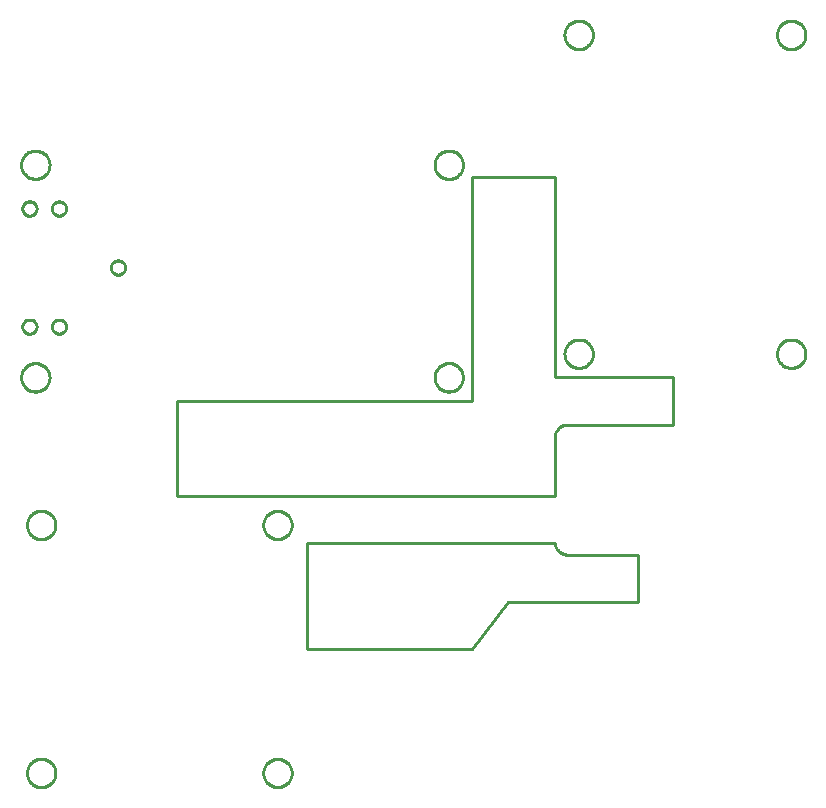
<source format=gbr>
G04 EAGLE Gerber RS-274X export*
G75*
%MOMM*%
%FSLAX34Y34*%
%LPD*%
%INMilling*%
%IPPOS*%
%AMOC8*
5,1,8,0,0,1.08239X$1,22.5*%
G01*
%ADD10C,0.254000*%


D10*
X140000Y260000D02*
X460000Y260000D01*
X460000Y310000D01*
X460038Y310872D01*
X460152Y311736D01*
X460341Y312588D01*
X460603Y313420D01*
X460937Y314226D01*
X461340Y315000D01*
X461808Y315736D01*
X462340Y316428D01*
X462929Y317071D01*
X463572Y317660D01*
X464264Y318192D01*
X465000Y318660D01*
X465774Y319063D01*
X466580Y319397D01*
X467412Y319659D01*
X468264Y319848D01*
X469128Y319962D01*
X470000Y320000D01*
X560000Y320000D01*
X560000Y360000D01*
X460000Y360000D01*
X460000Y530000D01*
X390000Y530000D01*
X390000Y340000D01*
X140000Y340000D01*
X140000Y260000D01*
X250000Y130000D02*
X390000Y130000D01*
X420000Y170000D01*
X530000Y170000D01*
X530000Y210000D01*
X470000Y210000D01*
X469128Y210038D01*
X468264Y210152D01*
X467412Y210341D01*
X466580Y210603D01*
X465774Y210937D01*
X465000Y211340D01*
X464264Y211808D01*
X463572Y212340D01*
X462929Y212929D01*
X462340Y213572D01*
X461808Y214264D01*
X461340Y215000D01*
X460937Y215774D01*
X460603Y216580D01*
X460341Y217412D01*
X460152Y218264D01*
X460038Y219128D01*
X460000Y220000D01*
X250000Y220000D01*
X250000Y130000D01*
X37000Y234529D02*
X36926Y233588D01*
X36779Y232657D01*
X36558Y231740D01*
X36267Y230843D01*
X35906Y229972D01*
X35478Y229132D01*
X34985Y228328D01*
X34431Y227565D01*
X33819Y226848D01*
X33152Y226181D01*
X32435Y225569D01*
X31672Y225015D01*
X30868Y224522D01*
X30028Y224094D01*
X29157Y223733D01*
X28260Y223442D01*
X27343Y223222D01*
X26412Y223074D01*
X25471Y223000D01*
X24529Y223000D01*
X23588Y223074D01*
X22657Y223222D01*
X21740Y223442D01*
X20843Y223733D01*
X19972Y224094D01*
X19132Y224522D01*
X18328Y225015D01*
X17565Y225569D01*
X16848Y226181D01*
X16181Y226848D01*
X15569Y227565D01*
X15015Y228328D01*
X14522Y229132D01*
X14094Y229972D01*
X13733Y230843D01*
X13442Y231740D01*
X13222Y232657D01*
X13074Y233588D01*
X13000Y234529D01*
X13000Y235471D01*
X13074Y236412D01*
X13222Y237343D01*
X13442Y238260D01*
X13733Y239157D01*
X14094Y240028D01*
X14522Y240868D01*
X15015Y241672D01*
X15569Y242435D01*
X16181Y243152D01*
X16848Y243819D01*
X17565Y244431D01*
X18328Y244985D01*
X19132Y245478D01*
X19972Y245906D01*
X20843Y246267D01*
X21740Y246558D01*
X22657Y246779D01*
X23588Y246926D01*
X24529Y247000D01*
X25471Y247000D01*
X26412Y246926D01*
X27343Y246779D01*
X28260Y246558D01*
X29157Y246267D01*
X30028Y245906D01*
X30868Y245478D01*
X31672Y244985D01*
X32435Y244431D01*
X33152Y243819D01*
X33819Y243152D01*
X34431Y242435D01*
X34985Y241672D01*
X35478Y240868D01*
X35906Y240028D01*
X36267Y239157D01*
X36558Y238260D01*
X36779Y237343D01*
X36926Y236412D01*
X37000Y235471D01*
X37000Y234529D01*
X37000Y24529D02*
X36926Y23588D01*
X36779Y22657D01*
X36558Y21740D01*
X36267Y20843D01*
X35906Y19972D01*
X35478Y19132D01*
X34985Y18328D01*
X34431Y17565D01*
X33819Y16848D01*
X33152Y16181D01*
X32435Y15569D01*
X31672Y15015D01*
X30868Y14522D01*
X30028Y14094D01*
X29157Y13733D01*
X28260Y13442D01*
X27343Y13222D01*
X26412Y13074D01*
X25471Y13000D01*
X24529Y13000D01*
X23588Y13074D01*
X22657Y13222D01*
X21740Y13442D01*
X20843Y13733D01*
X19972Y14094D01*
X19132Y14522D01*
X18328Y15015D01*
X17565Y15569D01*
X16848Y16181D01*
X16181Y16848D01*
X15569Y17565D01*
X15015Y18328D01*
X14522Y19132D01*
X14094Y19972D01*
X13733Y20843D01*
X13442Y21740D01*
X13222Y22657D01*
X13074Y23588D01*
X13000Y24529D01*
X13000Y25471D01*
X13074Y26412D01*
X13222Y27343D01*
X13442Y28260D01*
X13733Y29157D01*
X14094Y30028D01*
X14522Y30868D01*
X15015Y31672D01*
X15569Y32435D01*
X16181Y33152D01*
X16848Y33819D01*
X17565Y34431D01*
X18328Y34985D01*
X19132Y35478D01*
X19972Y35906D01*
X20843Y36267D01*
X21740Y36558D01*
X22657Y36779D01*
X23588Y36926D01*
X24529Y37000D01*
X25471Y37000D01*
X26412Y36926D01*
X27343Y36779D01*
X28260Y36558D01*
X29157Y36267D01*
X30028Y35906D01*
X30868Y35478D01*
X31672Y34985D01*
X32435Y34431D01*
X33152Y33819D01*
X33819Y33152D01*
X34431Y32435D01*
X34985Y31672D01*
X35478Y30868D01*
X35906Y30028D01*
X36267Y29157D01*
X36558Y28260D01*
X36779Y27343D01*
X36926Y26412D01*
X37000Y25471D01*
X37000Y24529D01*
X237000Y24529D02*
X236926Y23588D01*
X236779Y22657D01*
X236558Y21740D01*
X236267Y20843D01*
X235906Y19972D01*
X235478Y19132D01*
X234985Y18328D01*
X234431Y17565D01*
X233819Y16848D01*
X233152Y16181D01*
X232435Y15569D01*
X231672Y15015D01*
X230868Y14522D01*
X230028Y14094D01*
X229157Y13733D01*
X228260Y13442D01*
X227343Y13222D01*
X226412Y13074D01*
X225471Y13000D01*
X224529Y13000D01*
X223588Y13074D01*
X222657Y13222D01*
X221740Y13442D01*
X220843Y13733D01*
X219972Y14094D01*
X219132Y14522D01*
X218328Y15015D01*
X217565Y15569D01*
X216848Y16181D01*
X216181Y16848D01*
X215569Y17565D01*
X215015Y18328D01*
X214522Y19132D01*
X214094Y19972D01*
X213733Y20843D01*
X213442Y21740D01*
X213222Y22657D01*
X213074Y23588D01*
X213000Y24529D01*
X213000Y25471D01*
X213074Y26412D01*
X213222Y27343D01*
X213442Y28260D01*
X213733Y29157D01*
X214094Y30028D01*
X214522Y30868D01*
X215015Y31672D01*
X215569Y32435D01*
X216181Y33152D01*
X216848Y33819D01*
X217565Y34431D01*
X218328Y34985D01*
X219132Y35478D01*
X219972Y35906D01*
X220843Y36267D01*
X221740Y36558D01*
X222657Y36779D01*
X223588Y36926D01*
X224529Y37000D01*
X225471Y37000D01*
X226412Y36926D01*
X227343Y36779D01*
X228260Y36558D01*
X229157Y36267D01*
X230028Y35906D01*
X230868Y35478D01*
X231672Y34985D01*
X232435Y34431D01*
X233152Y33819D01*
X233819Y33152D01*
X234431Y32435D01*
X234985Y31672D01*
X235478Y30868D01*
X235906Y30028D01*
X236267Y29157D01*
X236558Y28260D01*
X236779Y27343D01*
X236926Y26412D01*
X237000Y25471D01*
X237000Y24529D01*
X237000Y234529D02*
X236926Y233588D01*
X236779Y232657D01*
X236558Y231740D01*
X236267Y230843D01*
X235906Y229972D01*
X235478Y229132D01*
X234985Y228328D01*
X234431Y227565D01*
X233819Y226848D01*
X233152Y226181D01*
X232435Y225569D01*
X231672Y225015D01*
X230868Y224522D01*
X230028Y224094D01*
X229157Y223733D01*
X228260Y223442D01*
X227343Y223222D01*
X226412Y223074D01*
X225471Y223000D01*
X224529Y223000D01*
X223588Y223074D01*
X222657Y223222D01*
X221740Y223442D01*
X220843Y223733D01*
X219972Y224094D01*
X219132Y224522D01*
X218328Y225015D01*
X217565Y225569D01*
X216848Y226181D01*
X216181Y226848D01*
X215569Y227565D01*
X215015Y228328D01*
X214522Y229132D01*
X214094Y229972D01*
X213733Y230843D01*
X213442Y231740D01*
X213222Y232657D01*
X213074Y233588D01*
X213000Y234529D01*
X213000Y235471D01*
X213074Y236412D01*
X213222Y237343D01*
X213442Y238260D01*
X213733Y239157D01*
X214094Y240028D01*
X214522Y240868D01*
X215015Y241672D01*
X215569Y242435D01*
X216181Y243152D01*
X216848Y243819D01*
X217565Y244431D01*
X218328Y244985D01*
X219132Y245478D01*
X219972Y245906D01*
X220843Y246267D01*
X221740Y246558D01*
X222657Y246779D01*
X223588Y246926D01*
X224529Y247000D01*
X225471Y247000D01*
X226412Y246926D01*
X227343Y246779D01*
X228260Y246558D01*
X229157Y246267D01*
X230028Y245906D01*
X230868Y245478D01*
X231672Y244985D01*
X232435Y244431D01*
X233152Y243819D01*
X233819Y243152D01*
X234431Y242435D01*
X234985Y241672D01*
X235478Y240868D01*
X235906Y240028D01*
X236267Y239157D01*
X236558Y238260D01*
X236779Y237343D01*
X236926Y236412D01*
X237000Y235471D01*
X237000Y234529D01*
X382000Y539529D02*
X381926Y538588D01*
X381779Y537657D01*
X381558Y536740D01*
X381267Y535843D01*
X380906Y534972D01*
X380478Y534132D01*
X379985Y533328D01*
X379431Y532565D01*
X378819Y531848D01*
X378152Y531181D01*
X377435Y530569D01*
X376672Y530015D01*
X375868Y529522D01*
X375028Y529094D01*
X374157Y528733D01*
X373260Y528442D01*
X372343Y528222D01*
X371412Y528074D01*
X370471Y528000D01*
X369529Y528000D01*
X368588Y528074D01*
X367657Y528222D01*
X366740Y528442D01*
X365843Y528733D01*
X364972Y529094D01*
X364132Y529522D01*
X363328Y530015D01*
X362565Y530569D01*
X361848Y531181D01*
X361181Y531848D01*
X360569Y532565D01*
X360015Y533328D01*
X359522Y534132D01*
X359094Y534972D01*
X358733Y535843D01*
X358442Y536740D01*
X358222Y537657D01*
X358074Y538588D01*
X358000Y539529D01*
X358000Y540471D01*
X358074Y541412D01*
X358222Y542343D01*
X358442Y543260D01*
X358733Y544157D01*
X359094Y545028D01*
X359522Y545868D01*
X360015Y546672D01*
X360569Y547435D01*
X361181Y548152D01*
X361848Y548819D01*
X362565Y549431D01*
X363328Y549985D01*
X364132Y550478D01*
X364972Y550906D01*
X365843Y551267D01*
X366740Y551558D01*
X367657Y551779D01*
X368588Y551926D01*
X369529Y552000D01*
X370471Y552000D01*
X371412Y551926D01*
X372343Y551779D01*
X373260Y551558D01*
X374157Y551267D01*
X375028Y550906D01*
X375868Y550478D01*
X376672Y549985D01*
X377435Y549431D01*
X378152Y548819D01*
X378819Y548152D01*
X379431Y547435D01*
X379985Y546672D01*
X380478Y545868D01*
X380906Y545028D01*
X381267Y544157D01*
X381558Y543260D01*
X381779Y542343D01*
X381926Y541412D01*
X382000Y540471D01*
X382000Y539529D01*
X382000Y359529D02*
X381926Y358588D01*
X381779Y357657D01*
X381558Y356740D01*
X381267Y355843D01*
X380906Y354972D01*
X380478Y354132D01*
X379985Y353328D01*
X379431Y352565D01*
X378819Y351848D01*
X378152Y351181D01*
X377435Y350569D01*
X376672Y350015D01*
X375868Y349522D01*
X375028Y349094D01*
X374157Y348733D01*
X373260Y348442D01*
X372343Y348222D01*
X371412Y348074D01*
X370471Y348000D01*
X369529Y348000D01*
X368588Y348074D01*
X367657Y348222D01*
X366740Y348442D01*
X365843Y348733D01*
X364972Y349094D01*
X364132Y349522D01*
X363328Y350015D01*
X362565Y350569D01*
X361848Y351181D01*
X361181Y351848D01*
X360569Y352565D01*
X360015Y353328D01*
X359522Y354132D01*
X359094Y354972D01*
X358733Y355843D01*
X358442Y356740D01*
X358222Y357657D01*
X358074Y358588D01*
X358000Y359529D01*
X358000Y360471D01*
X358074Y361412D01*
X358222Y362343D01*
X358442Y363260D01*
X358733Y364157D01*
X359094Y365028D01*
X359522Y365868D01*
X360015Y366672D01*
X360569Y367435D01*
X361181Y368152D01*
X361848Y368819D01*
X362565Y369431D01*
X363328Y369985D01*
X364132Y370478D01*
X364972Y370906D01*
X365843Y371267D01*
X366740Y371558D01*
X367657Y371779D01*
X368588Y371926D01*
X369529Y372000D01*
X370471Y372000D01*
X371412Y371926D01*
X372343Y371779D01*
X373260Y371558D01*
X374157Y371267D01*
X375028Y370906D01*
X375868Y370478D01*
X376672Y369985D01*
X377435Y369431D01*
X378152Y368819D01*
X378819Y368152D01*
X379431Y367435D01*
X379985Y366672D01*
X380478Y365868D01*
X380906Y365028D01*
X381267Y364157D01*
X381558Y363260D01*
X381779Y362343D01*
X381926Y361412D01*
X382000Y360471D01*
X382000Y359529D01*
X32000Y359529D02*
X31926Y358588D01*
X31779Y357657D01*
X31558Y356740D01*
X31267Y355843D01*
X30906Y354972D01*
X30478Y354132D01*
X29985Y353328D01*
X29431Y352565D01*
X28819Y351848D01*
X28152Y351181D01*
X27435Y350569D01*
X26672Y350015D01*
X25868Y349522D01*
X25028Y349094D01*
X24157Y348733D01*
X23260Y348442D01*
X22343Y348222D01*
X21412Y348074D01*
X20471Y348000D01*
X19529Y348000D01*
X18588Y348074D01*
X17657Y348222D01*
X16740Y348442D01*
X15843Y348733D01*
X14972Y349094D01*
X14132Y349522D01*
X13328Y350015D01*
X12565Y350569D01*
X11848Y351181D01*
X11181Y351848D01*
X10569Y352565D01*
X10015Y353328D01*
X9522Y354132D01*
X9094Y354972D01*
X8733Y355843D01*
X8442Y356740D01*
X8222Y357657D01*
X8074Y358588D01*
X8000Y359529D01*
X8000Y360471D01*
X8074Y361412D01*
X8222Y362343D01*
X8442Y363260D01*
X8733Y364157D01*
X9094Y365028D01*
X9522Y365868D01*
X10015Y366672D01*
X10569Y367435D01*
X11181Y368152D01*
X11848Y368819D01*
X12565Y369431D01*
X13328Y369985D01*
X14132Y370478D01*
X14972Y370906D01*
X15843Y371267D01*
X16740Y371558D01*
X17657Y371779D01*
X18588Y371926D01*
X19529Y372000D01*
X20471Y372000D01*
X21412Y371926D01*
X22343Y371779D01*
X23260Y371558D01*
X24157Y371267D01*
X25028Y370906D01*
X25868Y370478D01*
X26672Y369985D01*
X27435Y369431D01*
X28152Y368819D01*
X28819Y368152D01*
X29431Y367435D01*
X29985Y366672D01*
X30478Y365868D01*
X30906Y365028D01*
X31267Y364157D01*
X31558Y363260D01*
X31779Y362343D01*
X31926Y361412D01*
X32000Y360471D01*
X32000Y359529D01*
X32000Y539529D02*
X31926Y538588D01*
X31779Y537657D01*
X31558Y536740D01*
X31267Y535843D01*
X30906Y534972D01*
X30478Y534132D01*
X29985Y533328D01*
X29431Y532565D01*
X28819Y531848D01*
X28152Y531181D01*
X27435Y530569D01*
X26672Y530015D01*
X25868Y529522D01*
X25028Y529094D01*
X24157Y528733D01*
X23260Y528442D01*
X22343Y528222D01*
X21412Y528074D01*
X20471Y528000D01*
X19529Y528000D01*
X18588Y528074D01*
X17657Y528222D01*
X16740Y528442D01*
X15843Y528733D01*
X14972Y529094D01*
X14132Y529522D01*
X13328Y530015D01*
X12565Y530569D01*
X11848Y531181D01*
X11181Y531848D01*
X10569Y532565D01*
X10015Y533328D01*
X9522Y534132D01*
X9094Y534972D01*
X8733Y535843D01*
X8442Y536740D01*
X8222Y537657D01*
X8074Y538588D01*
X8000Y539529D01*
X8000Y540471D01*
X8074Y541412D01*
X8222Y542343D01*
X8442Y543260D01*
X8733Y544157D01*
X9094Y545028D01*
X9522Y545868D01*
X10015Y546672D01*
X10569Y547435D01*
X11181Y548152D01*
X11848Y548819D01*
X12565Y549431D01*
X13328Y549985D01*
X14132Y550478D01*
X14972Y550906D01*
X15843Y551267D01*
X16740Y551558D01*
X17657Y551779D01*
X18588Y551926D01*
X19529Y552000D01*
X20471Y552000D01*
X21412Y551926D01*
X22343Y551779D01*
X23260Y551558D01*
X24157Y551267D01*
X25028Y550906D01*
X25868Y550478D01*
X26672Y549985D01*
X27435Y549431D01*
X28152Y548819D01*
X28819Y548152D01*
X29431Y547435D01*
X29985Y546672D01*
X30478Y545868D01*
X30906Y545028D01*
X31267Y544157D01*
X31558Y543260D01*
X31779Y542343D01*
X31926Y541412D01*
X32000Y540471D01*
X32000Y539529D01*
X672000Y379529D02*
X671926Y378588D01*
X671779Y377657D01*
X671558Y376740D01*
X671267Y375843D01*
X670906Y374972D01*
X670478Y374132D01*
X669985Y373328D01*
X669431Y372565D01*
X668819Y371848D01*
X668152Y371181D01*
X667435Y370569D01*
X666672Y370015D01*
X665868Y369522D01*
X665028Y369094D01*
X664157Y368733D01*
X663260Y368442D01*
X662343Y368222D01*
X661412Y368074D01*
X660471Y368000D01*
X659529Y368000D01*
X658588Y368074D01*
X657657Y368222D01*
X656740Y368442D01*
X655843Y368733D01*
X654972Y369094D01*
X654132Y369522D01*
X653328Y370015D01*
X652565Y370569D01*
X651848Y371181D01*
X651181Y371848D01*
X650569Y372565D01*
X650015Y373328D01*
X649522Y374132D01*
X649094Y374972D01*
X648733Y375843D01*
X648442Y376740D01*
X648222Y377657D01*
X648074Y378588D01*
X648000Y379529D01*
X648000Y380471D01*
X648074Y381412D01*
X648222Y382343D01*
X648442Y383260D01*
X648733Y384157D01*
X649094Y385028D01*
X649522Y385868D01*
X650015Y386672D01*
X650569Y387435D01*
X651181Y388152D01*
X651848Y388819D01*
X652565Y389431D01*
X653328Y389985D01*
X654132Y390478D01*
X654972Y390906D01*
X655843Y391267D01*
X656740Y391558D01*
X657657Y391779D01*
X658588Y391926D01*
X659529Y392000D01*
X660471Y392000D01*
X661412Y391926D01*
X662343Y391779D01*
X663260Y391558D01*
X664157Y391267D01*
X665028Y390906D01*
X665868Y390478D01*
X666672Y389985D01*
X667435Y389431D01*
X668152Y388819D01*
X668819Y388152D01*
X669431Y387435D01*
X669985Y386672D01*
X670478Y385868D01*
X670906Y385028D01*
X671267Y384157D01*
X671558Y383260D01*
X671779Y382343D01*
X671926Y381412D01*
X672000Y380471D01*
X672000Y379529D01*
X492000Y379529D02*
X491926Y378588D01*
X491779Y377657D01*
X491558Y376740D01*
X491267Y375843D01*
X490906Y374972D01*
X490478Y374132D01*
X489985Y373328D01*
X489431Y372565D01*
X488819Y371848D01*
X488152Y371181D01*
X487435Y370569D01*
X486672Y370015D01*
X485868Y369522D01*
X485028Y369094D01*
X484157Y368733D01*
X483260Y368442D01*
X482343Y368222D01*
X481412Y368074D01*
X480471Y368000D01*
X479529Y368000D01*
X478588Y368074D01*
X477657Y368222D01*
X476740Y368442D01*
X475843Y368733D01*
X474972Y369094D01*
X474132Y369522D01*
X473328Y370015D01*
X472565Y370569D01*
X471848Y371181D01*
X471181Y371848D01*
X470569Y372565D01*
X470015Y373328D01*
X469522Y374132D01*
X469094Y374972D01*
X468733Y375843D01*
X468442Y376740D01*
X468222Y377657D01*
X468074Y378588D01*
X468000Y379529D01*
X468000Y380471D01*
X468074Y381412D01*
X468222Y382343D01*
X468442Y383260D01*
X468733Y384157D01*
X469094Y385028D01*
X469522Y385868D01*
X470015Y386672D01*
X470569Y387435D01*
X471181Y388152D01*
X471848Y388819D01*
X472565Y389431D01*
X473328Y389985D01*
X474132Y390478D01*
X474972Y390906D01*
X475843Y391267D01*
X476740Y391558D01*
X477657Y391779D01*
X478588Y391926D01*
X479529Y392000D01*
X480471Y392000D01*
X481412Y391926D01*
X482343Y391779D01*
X483260Y391558D01*
X484157Y391267D01*
X485028Y390906D01*
X485868Y390478D01*
X486672Y389985D01*
X487435Y389431D01*
X488152Y388819D01*
X488819Y388152D01*
X489431Y387435D01*
X489985Y386672D01*
X490478Y385868D01*
X490906Y385028D01*
X491267Y384157D01*
X491558Y383260D01*
X491779Y382343D01*
X491926Y381412D01*
X492000Y380471D01*
X492000Y379529D01*
X492000Y649529D02*
X491926Y648588D01*
X491779Y647657D01*
X491558Y646740D01*
X491267Y645843D01*
X490906Y644972D01*
X490478Y644132D01*
X489985Y643328D01*
X489431Y642565D01*
X488819Y641848D01*
X488152Y641181D01*
X487435Y640569D01*
X486672Y640015D01*
X485868Y639522D01*
X485028Y639094D01*
X484157Y638733D01*
X483260Y638442D01*
X482343Y638222D01*
X481412Y638074D01*
X480471Y638000D01*
X479529Y638000D01*
X478588Y638074D01*
X477657Y638222D01*
X476740Y638442D01*
X475843Y638733D01*
X474972Y639094D01*
X474132Y639522D01*
X473328Y640015D01*
X472565Y640569D01*
X471848Y641181D01*
X471181Y641848D01*
X470569Y642565D01*
X470015Y643328D01*
X469522Y644132D01*
X469094Y644972D01*
X468733Y645843D01*
X468442Y646740D01*
X468222Y647657D01*
X468074Y648588D01*
X468000Y649529D01*
X468000Y650471D01*
X468074Y651412D01*
X468222Y652343D01*
X468442Y653260D01*
X468733Y654157D01*
X469094Y655028D01*
X469522Y655868D01*
X470015Y656672D01*
X470569Y657435D01*
X471181Y658152D01*
X471848Y658819D01*
X472565Y659431D01*
X473328Y659985D01*
X474132Y660478D01*
X474972Y660906D01*
X475843Y661267D01*
X476740Y661558D01*
X477657Y661779D01*
X478588Y661926D01*
X479529Y662000D01*
X480471Y662000D01*
X481412Y661926D01*
X482343Y661779D01*
X483260Y661558D01*
X484157Y661267D01*
X485028Y660906D01*
X485868Y660478D01*
X486672Y659985D01*
X487435Y659431D01*
X488152Y658819D01*
X488819Y658152D01*
X489431Y657435D01*
X489985Y656672D01*
X490478Y655868D01*
X490906Y655028D01*
X491267Y654157D01*
X491558Y653260D01*
X491779Y652343D01*
X491926Y651412D01*
X492000Y650471D01*
X492000Y649529D01*
X672000Y649529D02*
X671926Y648588D01*
X671779Y647657D01*
X671558Y646740D01*
X671267Y645843D01*
X670906Y644972D01*
X670478Y644132D01*
X669985Y643328D01*
X669431Y642565D01*
X668819Y641848D01*
X668152Y641181D01*
X667435Y640569D01*
X666672Y640015D01*
X665868Y639522D01*
X665028Y639094D01*
X664157Y638733D01*
X663260Y638442D01*
X662343Y638222D01*
X661412Y638074D01*
X660471Y638000D01*
X659529Y638000D01*
X658588Y638074D01*
X657657Y638222D01*
X656740Y638442D01*
X655843Y638733D01*
X654972Y639094D01*
X654132Y639522D01*
X653328Y640015D01*
X652565Y640569D01*
X651848Y641181D01*
X651181Y641848D01*
X650569Y642565D01*
X650015Y643328D01*
X649522Y644132D01*
X649094Y644972D01*
X648733Y645843D01*
X648442Y646740D01*
X648222Y647657D01*
X648074Y648588D01*
X648000Y649529D01*
X648000Y650471D01*
X648074Y651412D01*
X648222Y652343D01*
X648442Y653260D01*
X648733Y654157D01*
X649094Y655028D01*
X649522Y655868D01*
X650015Y656672D01*
X650569Y657435D01*
X651181Y658152D01*
X651848Y658819D01*
X652565Y659431D01*
X653328Y659985D01*
X654132Y660478D01*
X654972Y660906D01*
X655843Y661267D01*
X656740Y661558D01*
X657657Y661779D01*
X658588Y661926D01*
X659529Y662000D01*
X660471Y662000D01*
X661412Y661926D01*
X662343Y661779D01*
X663260Y661558D01*
X664157Y661267D01*
X665028Y660906D01*
X665868Y660478D01*
X666672Y659985D01*
X667435Y659431D01*
X668152Y658819D01*
X668819Y658152D01*
X669431Y657435D01*
X669985Y656672D01*
X670478Y655868D01*
X670906Y655028D01*
X671267Y654157D01*
X671558Y653260D01*
X671779Y652343D01*
X671926Y651412D01*
X672000Y650471D01*
X672000Y649529D01*
X46000Y502663D02*
X45925Y501993D01*
X45775Y501336D01*
X45552Y500700D01*
X45260Y500093D01*
X44901Y499523D01*
X44481Y498996D01*
X44004Y498519D01*
X43478Y498099D01*
X42907Y497740D01*
X42300Y497448D01*
X41664Y497225D01*
X41007Y497075D01*
X40337Y497000D01*
X39663Y497000D01*
X38993Y497075D01*
X38336Y497225D01*
X37700Y497448D01*
X37093Y497740D01*
X36523Y498099D01*
X35996Y498519D01*
X35519Y498996D01*
X35099Y499523D01*
X34740Y500093D01*
X34448Y500700D01*
X34225Y501336D01*
X34075Y501993D01*
X34000Y502663D01*
X34000Y503337D01*
X34075Y504007D01*
X34225Y504664D01*
X34448Y505300D01*
X34740Y505907D01*
X35099Y506478D01*
X35519Y507004D01*
X35996Y507481D01*
X36523Y507901D01*
X37093Y508260D01*
X37700Y508552D01*
X38336Y508775D01*
X38993Y508925D01*
X39663Y509000D01*
X40337Y509000D01*
X41007Y508925D01*
X41664Y508775D01*
X42300Y508552D01*
X42907Y508260D01*
X43478Y507901D01*
X44004Y507481D01*
X44481Y507004D01*
X44901Y506478D01*
X45260Y505907D01*
X45552Y505300D01*
X45775Y504664D01*
X45925Y504007D01*
X46000Y503337D01*
X46000Y502663D01*
X21000Y502663D02*
X20925Y501993D01*
X20775Y501336D01*
X20552Y500700D01*
X20260Y500093D01*
X19901Y499523D01*
X19481Y498996D01*
X19004Y498519D01*
X18478Y498099D01*
X17907Y497740D01*
X17300Y497448D01*
X16664Y497225D01*
X16007Y497075D01*
X15337Y497000D01*
X14663Y497000D01*
X13993Y497075D01*
X13336Y497225D01*
X12700Y497448D01*
X12093Y497740D01*
X11523Y498099D01*
X10996Y498519D01*
X10519Y498996D01*
X10099Y499523D01*
X9740Y500093D01*
X9448Y500700D01*
X9225Y501336D01*
X9075Y501993D01*
X9000Y502663D01*
X9000Y503337D01*
X9075Y504007D01*
X9225Y504664D01*
X9448Y505300D01*
X9740Y505907D01*
X10099Y506478D01*
X10519Y507004D01*
X10996Y507481D01*
X11523Y507901D01*
X12093Y508260D01*
X12700Y508552D01*
X13336Y508775D01*
X13993Y508925D01*
X14663Y509000D01*
X15337Y509000D01*
X16007Y508925D01*
X16664Y508775D01*
X17300Y508552D01*
X17907Y508260D01*
X18478Y507901D01*
X19004Y507481D01*
X19481Y507004D01*
X19901Y506478D01*
X20260Y505907D01*
X20552Y505300D01*
X20775Y504664D01*
X20925Y504007D01*
X21000Y503337D01*
X21000Y502663D01*
X21000Y402663D02*
X20925Y401993D01*
X20775Y401336D01*
X20552Y400700D01*
X20260Y400093D01*
X19901Y399523D01*
X19481Y398996D01*
X19004Y398519D01*
X18478Y398099D01*
X17907Y397740D01*
X17300Y397448D01*
X16664Y397225D01*
X16007Y397075D01*
X15337Y397000D01*
X14663Y397000D01*
X13993Y397075D01*
X13336Y397225D01*
X12700Y397448D01*
X12093Y397740D01*
X11523Y398099D01*
X10996Y398519D01*
X10519Y398996D01*
X10099Y399523D01*
X9740Y400093D01*
X9448Y400700D01*
X9225Y401336D01*
X9075Y401993D01*
X9000Y402663D01*
X9000Y403337D01*
X9075Y404007D01*
X9225Y404664D01*
X9448Y405300D01*
X9740Y405907D01*
X10099Y406478D01*
X10519Y407004D01*
X10996Y407481D01*
X11523Y407901D01*
X12093Y408260D01*
X12700Y408552D01*
X13336Y408775D01*
X13993Y408925D01*
X14663Y409000D01*
X15337Y409000D01*
X16007Y408925D01*
X16664Y408775D01*
X17300Y408552D01*
X17907Y408260D01*
X18478Y407901D01*
X19004Y407481D01*
X19481Y407004D01*
X19901Y406478D01*
X20260Y405907D01*
X20552Y405300D01*
X20775Y404664D01*
X20925Y404007D01*
X21000Y403337D01*
X21000Y402663D01*
X46000Y402663D02*
X45925Y401993D01*
X45775Y401336D01*
X45552Y400700D01*
X45260Y400093D01*
X44901Y399523D01*
X44481Y398996D01*
X44004Y398519D01*
X43478Y398099D01*
X42907Y397740D01*
X42300Y397448D01*
X41664Y397225D01*
X41007Y397075D01*
X40337Y397000D01*
X39663Y397000D01*
X38993Y397075D01*
X38336Y397225D01*
X37700Y397448D01*
X37093Y397740D01*
X36523Y398099D01*
X35996Y398519D01*
X35519Y398996D01*
X35099Y399523D01*
X34740Y400093D01*
X34448Y400700D01*
X34225Y401336D01*
X34075Y401993D01*
X34000Y402663D01*
X34000Y403337D01*
X34075Y404007D01*
X34225Y404664D01*
X34448Y405300D01*
X34740Y405907D01*
X35099Y406478D01*
X35519Y407004D01*
X35996Y407481D01*
X36523Y407901D01*
X37093Y408260D01*
X37700Y408552D01*
X38336Y408775D01*
X38993Y408925D01*
X39663Y409000D01*
X40337Y409000D01*
X41007Y408925D01*
X41664Y408775D01*
X42300Y408552D01*
X42907Y408260D01*
X43478Y407901D01*
X44004Y407481D01*
X44481Y407004D01*
X44901Y406478D01*
X45260Y405907D01*
X45552Y405300D01*
X45775Y404664D01*
X45925Y404007D01*
X46000Y403337D01*
X46000Y402663D01*
X96000Y452663D02*
X95925Y451993D01*
X95775Y451336D01*
X95552Y450700D01*
X95260Y450093D01*
X94901Y449523D01*
X94481Y448996D01*
X94004Y448519D01*
X93478Y448099D01*
X92907Y447740D01*
X92300Y447448D01*
X91664Y447225D01*
X91007Y447075D01*
X90337Y447000D01*
X89663Y447000D01*
X88993Y447075D01*
X88336Y447225D01*
X87700Y447448D01*
X87093Y447740D01*
X86523Y448099D01*
X85996Y448519D01*
X85519Y448996D01*
X85099Y449523D01*
X84740Y450093D01*
X84448Y450700D01*
X84225Y451336D01*
X84075Y451993D01*
X84000Y452663D01*
X84000Y453337D01*
X84075Y454007D01*
X84225Y454664D01*
X84448Y455300D01*
X84740Y455907D01*
X85099Y456478D01*
X85519Y457004D01*
X85996Y457481D01*
X86523Y457901D01*
X87093Y458260D01*
X87700Y458552D01*
X88336Y458775D01*
X88993Y458925D01*
X89663Y459000D01*
X90337Y459000D01*
X91007Y458925D01*
X91664Y458775D01*
X92300Y458552D01*
X92907Y458260D01*
X93478Y457901D01*
X94004Y457481D01*
X94481Y457004D01*
X94901Y456478D01*
X95260Y455907D01*
X95552Y455300D01*
X95775Y454664D01*
X95925Y454007D01*
X96000Y453337D01*
X96000Y452663D01*
M02*

</source>
